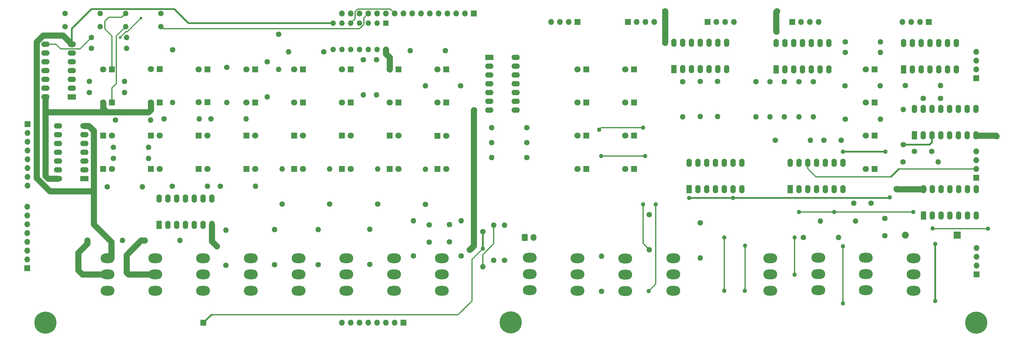
<source format=gbr>
G04 #@! TF.GenerationSoftware,KiCad,Pcbnew,(6.0.4-0)*
G04 #@! TF.CreationDate,2024-04-14T15:24:50+10:00*
G04 #@! TF.ProjectId,front panel 9602,66726f6e-7420-4706-916e-656c20393630,rev?*
G04 #@! TF.SameCoordinates,Original*
G04 #@! TF.FileFunction,Copper,L1,Top*
G04 #@! TF.FilePolarity,Positive*
%FSLAX46Y46*%
G04 Gerber Fmt 4.6, Leading zero omitted, Abs format (unit mm)*
G04 Created by KiCad (PCBNEW (6.0.4-0)) date 2024-04-14 15:24:50*
%MOMM*%
%LPD*%
G01*
G04 APERTURE LIST*
G04 Aperture macros list*
%AMRoundRect*
0 Rectangle with rounded corners*
0 $1 Rounding radius*
0 $2 $3 $4 $5 $6 $7 $8 $9 X,Y pos of 4 corners*
0 Add a 4 corners polygon primitive as box body*
4,1,4,$2,$3,$4,$5,$6,$7,$8,$9,$2,$3,0*
0 Add four circle primitives for the rounded corners*
1,1,$1+$1,$2,$3*
1,1,$1+$1,$4,$5*
1,1,$1+$1,$6,$7*
1,1,$1+$1,$8,$9*
0 Add four rect primitives between the rounded corners*
20,1,$1+$1,$2,$3,$4,$5,0*
20,1,$1+$1,$4,$5,$6,$7,0*
20,1,$1+$1,$6,$7,$8,$9,0*
20,1,$1+$1,$8,$9,$2,$3,0*%
G04 Aperture macros list end*
G04 #@! TA.AperFunction,ComponentPad*
%ADD10R,1.800000X1.800000*%
G04 #@! TD*
G04 #@! TA.AperFunction,ComponentPad*
%ADD11C,1.800000*%
G04 #@! TD*
G04 #@! TA.AperFunction,ComponentPad*
%ADD12C,1.600000*%
G04 #@! TD*
G04 #@! TA.AperFunction,ComponentPad*
%ADD13O,1.600000X1.600000*%
G04 #@! TD*
G04 #@! TA.AperFunction,ComponentPad*
%ADD14R,2.400000X1.600000*%
G04 #@! TD*
G04 #@! TA.AperFunction,ComponentPad*
%ADD15O,2.400000X1.600000*%
G04 #@! TD*
G04 #@! TA.AperFunction,ComponentPad*
%ADD16R,1.600000X1.600000*%
G04 #@! TD*
G04 #@! TA.AperFunction,ComponentPad*
%ADD17R,1.600000X2.400000*%
G04 #@! TD*
G04 #@! TA.AperFunction,ComponentPad*
%ADD18O,1.600000X2.400000*%
G04 #@! TD*
G04 #@! TA.AperFunction,ComponentPad*
%ADD19R,2.000000X2.000000*%
G04 #@! TD*
G04 #@! TA.AperFunction,ComponentPad*
%ADD20O,2.000000X2.000000*%
G04 #@! TD*
G04 #@! TA.AperFunction,ComponentPad*
%ADD21C,0.800000*%
G04 #@! TD*
G04 #@! TA.AperFunction,ComponentPad*
%ADD22C,6.400000*%
G04 #@! TD*
G04 #@! TA.AperFunction,ComponentPad*
%ADD23O,4.000000X2.800000*%
G04 #@! TD*
G04 #@! TA.AperFunction,ComponentPad*
%ADD24RoundRect,0.250000X-0.600000X-0.750000X0.600000X-0.750000X0.600000X0.750000X-0.600000X0.750000X0*%
G04 #@! TD*
G04 #@! TA.AperFunction,ComponentPad*
%ADD25O,1.700000X2.000000*%
G04 #@! TD*
G04 #@! TA.AperFunction,ComponentPad*
%ADD26R,1.700000X1.700000*%
G04 #@! TD*
G04 #@! TA.AperFunction,ComponentPad*
%ADD27O,1.700000X1.700000*%
G04 #@! TD*
G04 #@! TA.AperFunction,ViaPad*
%ADD28C,0.800000*%
G04 #@! TD*
G04 #@! TA.AperFunction,ViaPad*
%ADD29C,1.270000*%
G04 #@! TD*
G04 #@! TA.AperFunction,ViaPad*
%ADD30C,1.778000*%
G04 #@! TD*
G04 #@! TA.AperFunction,Conductor*
%ADD31C,0.304800*%
G04 #@! TD*
G04 #@! TA.AperFunction,Conductor*
%ADD32C,0.508000*%
G04 #@! TD*
G04 #@! TA.AperFunction,Conductor*
%ADD33C,1.778000*%
G04 #@! TD*
G04 APERTURE END LIST*
D10*
X170700000Y-92900000D03*
D11*
X173240000Y-92900000D03*
D10*
X156900000Y-92900000D03*
D11*
X159440000Y-92900000D03*
D10*
X143100000Y-92878000D03*
D11*
X145640000Y-92878000D03*
D10*
X129300000Y-92900000D03*
D11*
X131840000Y-92900000D03*
D10*
X101700000Y-92900000D03*
D11*
X104240000Y-92900000D03*
D10*
X87900000Y-92900000D03*
D11*
X90440000Y-92900000D03*
D10*
X74100000Y-92900000D03*
D11*
X76640000Y-92900000D03*
D10*
X173240000Y-64100000D03*
D11*
X170700000Y-64100000D03*
D10*
X159440000Y-64100000D03*
D11*
X156900000Y-64100000D03*
D10*
X145640000Y-64100000D03*
D11*
X143100000Y-64100000D03*
D10*
X118040000Y-64100000D03*
D11*
X115500000Y-64100000D03*
D10*
X76640000Y-64100000D03*
D11*
X74100000Y-64100000D03*
D10*
X173240000Y-73700000D03*
D11*
X170700000Y-73700000D03*
D10*
X145640000Y-73700000D03*
D11*
X143100000Y-73700000D03*
D10*
X131840000Y-73700000D03*
D11*
X129300000Y-73700000D03*
D10*
X118040000Y-73700000D03*
D11*
X115500000Y-73700000D03*
D10*
X104240000Y-73650000D03*
D11*
X101700000Y-73650000D03*
D10*
X90440000Y-73700000D03*
D11*
X87900000Y-73700000D03*
D10*
X76640000Y-73700000D03*
D11*
X74100000Y-73700000D03*
D10*
X170700000Y-83350000D03*
D11*
X173240000Y-83350000D03*
D10*
X156900000Y-83300000D03*
D11*
X159440000Y-83300000D03*
D10*
X143100000Y-83300000D03*
D11*
X145640000Y-83300000D03*
D10*
X115500000Y-83300000D03*
D11*
X118040000Y-83300000D03*
D10*
X101700000Y-83300000D03*
D11*
X104240000Y-83300000D03*
D10*
X87900000Y-83300000D03*
D11*
X90440000Y-83300000D03*
D10*
X74100000Y-83300000D03*
D11*
X76640000Y-83300000D03*
D10*
X227540000Y-64100000D03*
D11*
X225000000Y-64100000D03*
D10*
X227540000Y-83300000D03*
D11*
X225000000Y-83300000D03*
D10*
X227540000Y-92900000D03*
D11*
X225000000Y-92900000D03*
D10*
X227540000Y-73700000D03*
D11*
X225000000Y-73700000D03*
D10*
X213740000Y-92900000D03*
D11*
X211200000Y-92900000D03*
D10*
X213740000Y-83300000D03*
D11*
X211200000Y-83300000D03*
D10*
X213740000Y-73700000D03*
D11*
X211200000Y-73700000D03*
D10*
X213740000Y-64100000D03*
D11*
X211200000Y-64100000D03*
D10*
X297040000Y-92900000D03*
D11*
X294500000Y-92900000D03*
D10*
X297040000Y-83300000D03*
D11*
X294500000Y-83300000D03*
D10*
X297040000Y-73700000D03*
D11*
X294500000Y-73700000D03*
D10*
X297040000Y-64100000D03*
D11*
X294500000Y-64100000D03*
D12*
X167200000Y-103165000D03*
D13*
X167200000Y-93005000D03*
D12*
X139554000Y-103038000D03*
D13*
X139554000Y-92878000D03*
D12*
X125838000Y-103038000D03*
D13*
X125838000Y-92878000D03*
D12*
X94060000Y-97900000D03*
D13*
X104220000Y-97900000D03*
D12*
X75260000Y-98100000D03*
D13*
X85420000Y-98100000D03*
D12*
X77070000Y-89830000D03*
D13*
X87230000Y-89830000D03*
D12*
X177400000Y-68875000D03*
D13*
X167240000Y-68875000D03*
D12*
X124840000Y-53940000D03*
D13*
X124840000Y-64100000D03*
D12*
X63100000Y-47920000D03*
D13*
X73260000Y-47920000D03*
D12*
X63100000Y-51730000D03*
D13*
X73260000Y-51730000D03*
D12*
X196560000Y-89600000D03*
D13*
X186400000Y-89600000D03*
D12*
X196560000Y-81000000D03*
D13*
X186400000Y-81000000D03*
D12*
X153060000Y-61300000D03*
D13*
X153060000Y-71460000D03*
D12*
X149260000Y-61300000D03*
D13*
X149260000Y-71460000D03*
D12*
X196560000Y-85300000D03*
D13*
X186400000Y-85300000D03*
D12*
X109860000Y-63500000D03*
D13*
X109860000Y-73660000D03*
D12*
X94160000Y-58500000D03*
D13*
X94160000Y-73740000D03*
D12*
X90760000Y-51800000D03*
D13*
X80600000Y-51800000D03*
D12*
X70085000Y-67605000D03*
D13*
X80245000Y-67605000D03*
D12*
X105260000Y-78480000D03*
D13*
X115420000Y-78480000D03*
D12*
X91680000Y-78470000D03*
D13*
X101840000Y-78470000D03*
D12*
X77700000Y-78760000D03*
D13*
X87860000Y-78760000D03*
D12*
X241535000Y-67700000D03*
D13*
X241535000Y-77860000D03*
D12*
X251660000Y-67600000D03*
D13*
X251660000Y-77760000D03*
D12*
X262744000Y-67700000D03*
D13*
X262744000Y-77860000D03*
D12*
X246660000Y-67600000D03*
D13*
X246660000Y-77760000D03*
D12*
X266808000Y-67700000D03*
D13*
X266808000Y-77860000D03*
D12*
X270960000Y-67700000D03*
D13*
X270960000Y-77860000D03*
D12*
X275160000Y-67700000D03*
D13*
X275160000Y-77860000D03*
D12*
X288550000Y-59220000D03*
D13*
X298710000Y-59220000D03*
D12*
X288570000Y-56190000D03*
D13*
X298730000Y-56190000D03*
D12*
X163800000Y-118060000D03*
D13*
X163800000Y-107900000D03*
D12*
X151160000Y-120500000D03*
D13*
X151160000Y-110340000D03*
D12*
X136260000Y-120600000D03*
D13*
X136260000Y-110440000D03*
D12*
X109560000Y-120800000D03*
D13*
X109560000Y-110640000D03*
D12*
X86160000Y-113600000D03*
D13*
X96320000Y-113600000D03*
D12*
X183800000Y-111000000D03*
D13*
X183800000Y-121160000D03*
D12*
X276460000Y-112690000D03*
D13*
X286620000Y-112690000D03*
D12*
X291510000Y-107980000D03*
D13*
X281350000Y-107980000D03*
D12*
X190100000Y-119300000D03*
D13*
X190100000Y-109140000D03*
D12*
X246620000Y-108530000D03*
D13*
X246620000Y-118690000D03*
D12*
X305960000Y-68830000D03*
D13*
X316120000Y-68830000D03*
D12*
X305280000Y-90900000D03*
D13*
X315440000Y-90900000D03*
D14*
X65020000Y-72050000D03*
D15*
X65020000Y-69510000D03*
X65020000Y-66970000D03*
X65020000Y-64430000D03*
X65020000Y-61890000D03*
X65020000Y-59350000D03*
X65020000Y-56810000D03*
X57400000Y-56810000D03*
X57400000Y-59350000D03*
X57400000Y-61890000D03*
X57400000Y-64430000D03*
X57400000Y-66970000D03*
X57400000Y-69510000D03*
X57400000Y-72050000D03*
D16*
X155810000Y-50714000D03*
D13*
X153270000Y-50714000D03*
X150730000Y-50714000D03*
X148190000Y-50714000D03*
X145650000Y-50714000D03*
X143110000Y-50714000D03*
X140570000Y-50714000D03*
X140570000Y-58334000D03*
X143110000Y-58334000D03*
X145650000Y-58334000D03*
X148190000Y-58334000D03*
X150730000Y-58334000D03*
X153270000Y-58334000D03*
X155810000Y-58334000D03*
D14*
X185655000Y-60620000D03*
D15*
X185655000Y-63160000D03*
X185655000Y-65700000D03*
X185655000Y-68240000D03*
X185655000Y-70780000D03*
X185655000Y-73320000D03*
X185655000Y-75860000D03*
X193275000Y-75860000D03*
X193275000Y-73320000D03*
X193275000Y-70780000D03*
X193275000Y-68240000D03*
X193275000Y-65700000D03*
X193275000Y-63160000D03*
X193275000Y-60620000D03*
D17*
X268600000Y-64112500D03*
D18*
X271140000Y-64112500D03*
X273680000Y-64112500D03*
X276220000Y-64112500D03*
X278760000Y-64112500D03*
X281300000Y-64112500D03*
X283840000Y-64112500D03*
X283840000Y-56492500D03*
X281300000Y-56492500D03*
X278760000Y-56492500D03*
X276220000Y-56492500D03*
X273680000Y-56492500D03*
X271140000Y-56492500D03*
X268600000Y-56492500D03*
D17*
X305400000Y-64100000D03*
D18*
X307940000Y-64100000D03*
X310480000Y-64100000D03*
X313020000Y-64100000D03*
X315560000Y-64100000D03*
X318100000Y-64100000D03*
X320640000Y-64100000D03*
X320640000Y-56480000D03*
X318100000Y-56480000D03*
X315560000Y-56480000D03*
X313020000Y-56480000D03*
X310480000Y-56480000D03*
X307940000Y-56480000D03*
X305400000Y-56480000D03*
D14*
X68688000Y-95672000D03*
D15*
X68688000Y-93132000D03*
X68688000Y-90592000D03*
X68688000Y-88052000D03*
X68688000Y-85512000D03*
X68688000Y-82972000D03*
X68688000Y-80432000D03*
X61068000Y-80432000D03*
X61068000Y-82972000D03*
X61068000Y-85512000D03*
X61068000Y-88052000D03*
X61068000Y-90592000D03*
X61068000Y-93132000D03*
X61068000Y-95672000D03*
D17*
X243440000Y-98720000D03*
D18*
X245980000Y-98720000D03*
X248520000Y-98720000D03*
X251060000Y-98720000D03*
X253600000Y-98720000D03*
X256140000Y-98720000D03*
X258680000Y-98720000D03*
X258680000Y-91100000D03*
X256140000Y-91100000D03*
X253600000Y-91100000D03*
X251060000Y-91100000D03*
X248520000Y-91100000D03*
X245980000Y-91100000D03*
X243440000Y-91100000D03*
D17*
X272650000Y-98720000D03*
D18*
X275190000Y-98720000D03*
X277730000Y-98720000D03*
X280270000Y-98720000D03*
X282810000Y-98720000D03*
X285350000Y-98720000D03*
X287890000Y-98720000D03*
X287890000Y-91100000D03*
X285350000Y-91100000D03*
X282810000Y-91100000D03*
X280270000Y-91100000D03*
X277730000Y-91100000D03*
X275190000Y-91100000D03*
X272650000Y-91100000D03*
D17*
X90260000Y-109100000D03*
D18*
X92800000Y-109100000D03*
X95340000Y-109100000D03*
X97880000Y-109100000D03*
X100420000Y-109100000D03*
X102960000Y-109100000D03*
X105500000Y-109100000D03*
X105500000Y-101480000D03*
X102960000Y-101480000D03*
X100420000Y-101480000D03*
X97880000Y-101480000D03*
X95340000Y-101480000D03*
X92800000Y-101480000D03*
X90260000Y-101480000D03*
D17*
X311160000Y-106340000D03*
D18*
X313700000Y-106340000D03*
X316240000Y-106340000D03*
X318780000Y-106340000D03*
X321320000Y-106340000D03*
X323860000Y-106340000D03*
X326400000Y-106340000D03*
X326400000Y-98720000D03*
X323860000Y-98720000D03*
X321320000Y-98720000D03*
X318780000Y-98720000D03*
X316240000Y-98720000D03*
X313700000Y-98720000D03*
X311160000Y-98720000D03*
D17*
X238995000Y-64049000D03*
D18*
X241535000Y-64049000D03*
X244075000Y-64049000D03*
X246615000Y-64049000D03*
X249155000Y-64049000D03*
X251695000Y-64049000D03*
X254235000Y-64049000D03*
X254235000Y-56429000D03*
X251695000Y-56429000D03*
X249155000Y-56429000D03*
X246615000Y-56429000D03*
X244075000Y-56429000D03*
X241535000Y-56429000D03*
X238995000Y-56429000D03*
D12*
X299960000Y-107200000D03*
X299960000Y-112200000D03*
X311060000Y-72500000D03*
X316060000Y-72500000D03*
X308560000Y-87800000D03*
X313560000Y-87800000D03*
X287360000Y-84600000D03*
X282360000Y-84600000D03*
D10*
X90440000Y-64050000D03*
D11*
X87900000Y-64050000D03*
D10*
X159440000Y-73700000D03*
D11*
X156900000Y-73700000D03*
D10*
X115500000Y-92900000D03*
D11*
X118040000Y-92900000D03*
D10*
X104240000Y-64100000D03*
D11*
X101700000Y-64100000D03*
D12*
X70720000Y-58000000D03*
D13*
X80880000Y-58000000D03*
D12*
X288490000Y-68890000D03*
D13*
X298650000Y-68890000D03*
D12*
X288530000Y-78490000D03*
D13*
X298690000Y-78490000D03*
D12*
X77070000Y-86655000D03*
D13*
X87230000Y-86655000D03*
D12*
X90760000Y-47920000D03*
D13*
X80600000Y-47920000D03*
D12*
X121560000Y-61900000D03*
D13*
X121560000Y-72060000D03*
D12*
X153397000Y-103038000D03*
D13*
X153397000Y-92878000D03*
D12*
X137860000Y-59070000D03*
D13*
X127700000Y-59070000D03*
D10*
X131840000Y-64100000D03*
D11*
X129300000Y-64100000D03*
D12*
X107960000Y-97900000D03*
D13*
X118120000Y-97900000D03*
D12*
X172960000Y-58700000D03*
D13*
X162800000Y-58700000D03*
D12*
X70720000Y-54900000D03*
D13*
X80880000Y-54900000D03*
D12*
X123660000Y-120600000D03*
D13*
X123660000Y-110440000D03*
D12*
X268360000Y-84600000D03*
D13*
X278520000Y-84600000D03*
D12*
X279360000Y-67700000D03*
D13*
X279360000Y-77860000D03*
D12*
X177600000Y-118060000D03*
D13*
X177600000Y-107900000D03*
D12*
X69540000Y-113600000D03*
D13*
X79700000Y-113600000D03*
D12*
X231960000Y-106100000D03*
D13*
X231960000Y-116260000D03*
D12*
X187000000Y-119300000D03*
D13*
X187000000Y-109140000D03*
D19*
X320910000Y-112055000D03*
D20*
X305910000Y-112055000D03*
D12*
X218160000Y-128280000D03*
D13*
X218160000Y-118120000D03*
D21*
X59097056Y-135702944D03*
X57400000Y-139800000D03*
X57400000Y-135000000D03*
X55702944Y-139097056D03*
X59097056Y-139097056D03*
X55000000Y-137400000D03*
D22*
X57400000Y-137400000D03*
D21*
X55702944Y-135702944D03*
X59800000Y-137400000D03*
X326400000Y-135000000D03*
X328800000Y-137400000D03*
X324702944Y-135702944D03*
D22*
X326400000Y-137400000D03*
D21*
X326400000Y-139800000D03*
X324000000Y-137400000D03*
X328097056Y-139097056D03*
X328097056Y-135702944D03*
X324702944Y-139097056D03*
X193597056Y-138997056D03*
X191900000Y-134900000D03*
X189500000Y-137300000D03*
X193597056Y-135602944D03*
X190202944Y-138997056D03*
X190202944Y-135602944D03*
X191900000Y-139700000D03*
D22*
X191900000Y-137300000D03*
D21*
X194300000Y-137300000D03*
D12*
X174160000Y-109000000D03*
X174160000Y-114000000D03*
X168360000Y-109100000D03*
X168360000Y-114100000D03*
X296018000Y-102784000D03*
X291018000Y-102784000D03*
D10*
X129300000Y-83300000D03*
D11*
X131840000Y-83300000D03*
D12*
X70085000Y-70780000D03*
D13*
X80245000Y-70780000D03*
D23*
X158160000Y-118701000D03*
X158160000Y-123400000D03*
X158160000Y-128100000D03*
D17*
X308560000Y-83220000D03*
D18*
X311100000Y-83220000D03*
X313640000Y-83220000D03*
X316180000Y-83220000D03*
X318720000Y-83220000D03*
X321260000Y-83220000D03*
X323800000Y-83220000D03*
X326340000Y-83220000D03*
X326340000Y-75600000D03*
X323800000Y-75600000D03*
X321260000Y-75600000D03*
X318720000Y-75600000D03*
X316180000Y-75600000D03*
X313640000Y-75600000D03*
X311100000Y-75600000D03*
X308560000Y-75600000D03*
D23*
X102960000Y-118731000D03*
X102960000Y-123430000D03*
X102960000Y-128130000D03*
X211160000Y-128099000D03*
X211160000Y-123400000D03*
X211160000Y-118700000D03*
X308260000Y-118701000D03*
X308260000Y-123400000D03*
X308260000Y-128100000D03*
X294460000Y-127999000D03*
X294460000Y-123300000D03*
X294460000Y-118600000D03*
X171960000Y-118731000D03*
X171960000Y-123430000D03*
X171960000Y-128130000D03*
X238860000Y-128099000D03*
X238860000Y-123400000D03*
X238860000Y-118700000D03*
X224960000Y-128199000D03*
X224960000Y-123500000D03*
X224960000Y-118800000D03*
X197360000Y-118601000D03*
X197360000Y-123300000D03*
X197360000Y-128000000D03*
D12*
X305360000Y-85880000D03*
D13*
X305360000Y-75720000D03*
D23*
X116760000Y-118731000D03*
X116760000Y-123430000D03*
X116760000Y-128130000D03*
X266860000Y-128099000D03*
X266860000Y-123400000D03*
X266860000Y-118700000D03*
X75360000Y-118731000D03*
X75360000Y-123430000D03*
X75360000Y-128130000D03*
X89160000Y-118731000D03*
X89160000Y-123430000D03*
X89160000Y-128130000D03*
X130560000Y-118731000D03*
X130560000Y-123430000D03*
X130560000Y-128130000D03*
X280760000Y-127999000D03*
X280760000Y-123300000D03*
X280760000Y-118600000D03*
X144360000Y-118731000D03*
X144360000Y-123430000D03*
X144360000Y-128130000D03*
D24*
X195980000Y-112715000D03*
D25*
X198480000Y-112715000D03*
D26*
X52200000Y-121580000D03*
D27*
X52200000Y-119040000D03*
X52200000Y-116500000D03*
X52200000Y-113960000D03*
X52200000Y-111420000D03*
X52200000Y-108880000D03*
X52200000Y-106340000D03*
X52200000Y-103800000D03*
D26*
X52228800Y-79924000D03*
D27*
X52228800Y-82464000D03*
X52228800Y-85004000D03*
X52228800Y-87544000D03*
X52228800Y-90084000D03*
X52228800Y-92624000D03*
X52228800Y-95164000D03*
X52228800Y-97704000D03*
D26*
X181210000Y-47920000D03*
D27*
X178670000Y-47920000D03*
X176130000Y-47920000D03*
X173590000Y-47920000D03*
X171050000Y-47920000D03*
X168510000Y-47920000D03*
X165970000Y-47920000D03*
X163430000Y-47920000D03*
X160890000Y-47920000D03*
X158350000Y-47920000D03*
X155810000Y-47920000D03*
X153270000Y-47920000D03*
X150730000Y-47920000D03*
X148190000Y-47920000D03*
X145650000Y-47920000D03*
X143110000Y-47920000D03*
D26*
X225780000Y-50400000D03*
D27*
X228320000Y-50400000D03*
X230860000Y-50400000D03*
X233400000Y-50400000D03*
D26*
X248780000Y-50400000D03*
D27*
X251320000Y-50400000D03*
X253860000Y-50400000D03*
X256400000Y-50400000D03*
D26*
X273280000Y-50400000D03*
D27*
X275820000Y-50400000D03*
X278360000Y-50400000D03*
X280900000Y-50400000D03*
D26*
X160900000Y-137400000D03*
D27*
X158360000Y-137400000D03*
X155820000Y-137400000D03*
X153280000Y-137400000D03*
X150740000Y-137400000D03*
X148200000Y-137400000D03*
X145660000Y-137400000D03*
X143120000Y-137400000D03*
D26*
X312700000Y-50400000D03*
D27*
X310160000Y-50400000D03*
X307620000Y-50400000D03*
X305080000Y-50400000D03*
D26*
X326500000Y-123400000D03*
D27*
X326500000Y-120860000D03*
X326500000Y-118320000D03*
X326500000Y-115780000D03*
D26*
X326400000Y-95440000D03*
D27*
X326400000Y-92900000D03*
X326400000Y-90360000D03*
X326400000Y-87820000D03*
D26*
X326400000Y-66640000D03*
D27*
X326400000Y-64100000D03*
X326400000Y-61560000D03*
X326400000Y-59020000D03*
D26*
X211200000Y-50400000D03*
D27*
X208660000Y-50400000D03*
X206120000Y-50400000D03*
X203580000Y-50400000D03*
D26*
X103100000Y-137400000D03*
D28*
X85030000Y-49300000D03*
X78975000Y-54905000D03*
D29*
X313760000Y-110100000D03*
X329800000Y-110150000D03*
X287890000Y-131740000D03*
X183800000Y-115960000D03*
X287890000Y-115230000D03*
X230740000Y-89195000D03*
X218040000Y-89195000D03*
X217405000Y-81575000D03*
X230105000Y-80940000D03*
D30*
X236455000Y-47285000D03*
X303360000Y-98700000D03*
X268840000Y-47285000D03*
X236460000Y-56400000D03*
X268660000Y-53200000D03*
D29*
X273920000Y-123485000D03*
X314560000Y-131105000D03*
X273920000Y-112690000D03*
X314560000Y-114595000D03*
X259600000Y-115100000D03*
X259560000Y-128100000D03*
D30*
X106915000Y-115230000D03*
X180060000Y-116300000D03*
X181260900Y-75860000D03*
X332285990Y-83425990D03*
D29*
X253560000Y-112700000D03*
X253560000Y-128100000D03*
X231756000Y-128184000D03*
X233760000Y-103200000D03*
X230105000Y-103165000D03*
X256140000Y-101260000D03*
X301422259Y-101100342D03*
X243440000Y-101260000D03*
X275160000Y-105400000D03*
X308210000Y-105324000D03*
X285350000Y-105324000D03*
X300160000Y-87900000D03*
X287890000Y-87925000D03*
D31*
X146920000Y-47410446D02*
X147680446Y-46650000D01*
X145650000Y-50714000D02*
X146920000Y-49444000D01*
X147680446Y-46650000D02*
X157080000Y-46650000D01*
X157080000Y-46650000D02*
X158350000Y-47920000D01*
X146920000Y-49444000D02*
X146920000Y-47410446D01*
X81130489Y-53199511D02*
X85030000Y-49300000D01*
X78975000Y-54905000D02*
X80680489Y-53199511D01*
X80680489Y-53199511D02*
X81130489Y-53199511D01*
X148206555Y-52402999D02*
X149460000Y-51149554D01*
X149460000Y-49190000D02*
X150730000Y-47920000D01*
X90760000Y-51800000D02*
X91362999Y-52402999D01*
X91362999Y-52402999D02*
X148206555Y-52402999D01*
X149460000Y-51149554D02*
X149460000Y-49190000D01*
X176660000Y-135100000D02*
X180660000Y-131100000D01*
X180660000Y-119100000D02*
X183800000Y-115960000D01*
X287890000Y-115230000D02*
X287890000Y-131740000D01*
D32*
X103100000Y-137400000D02*
X105400000Y-135100000D01*
D31*
X105600000Y-135100000D02*
X176660000Y-135100000D01*
X180660000Y-131100000D02*
X180660000Y-119100000D01*
D32*
X313810000Y-110150000D02*
X313760000Y-110100000D01*
X105400000Y-135100000D02*
X105760000Y-135100000D01*
D31*
X105600000Y-135100000D02*
X105760000Y-135100000D01*
D32*
X183800000Y-115960000D02*
X183800000Y-111000000D01*
D31*
X329800000Y-110150000D02*
X313810000Y-110150000D01*
D33*
X86160000Y-113600000D02*
X85050000Y-113600000D01*
X85050000Y-113600000D02*
X80880000Y-117770000D01*
X80880000Y-117770000D02*
X80880000Y-122850000D01*
X80880000Y-122850000D02*
X81430000Y-123400000D01*
X81430000Y-123400000D02*
X89130000Y-123400000D01*
X89130000Y-123400000D02*
X89160000Y-123430000D01*
D31*
X218040000Y-89195000D02*
X230740000Y-89195000D01*
X217405000Y-81575000D02*
X218040000Y-80940000D01*
X218040000Y-80940000D02*
X230105000Y-80940000D01*
D33*
X57385000Y-94910000D02*
X58147000Y-95672000D01*
X303380000Y-98720000D02*
X303360000Y-98700000D01*
X87230000Y-76495000D02*
X87900000Y-75825000D01*
X57385000Y-76495000D02*
X57385000Y-72065000D01*
X57385000Y-76495000D02*
X57385000Y-94910000D01*
X75165000Y-76495000D02*
X57385000Y-76495000D01*
X58147000Y-95672000D02*
X61068000Y-95672000D01*
X75165000Y-76495000D02*
X87230000Y-76495000D01*
X57385000Y-72065000D02*
X57400000Y-72050000D01*
X156900000Y-60694000D02*
X156900000Y-64100000D01*
X268600000Y-53140000D02*
X268660000Y-53200000D01*
X74100000Y-75430000D02*
X75165000Y-76495000D01*
X236455000Y-56395000D02*
X236460000Y-56400000D01*
X311160000Y-98720000D02*
X303380000Y-98720000D01*
D31*
X183800000Y-117750000D02*
X183800000Y-121160000D01*
X187000000Y-114550000D02*
X183800000Y-117750000D01*
D33*
X155810000Y-59604000D02*
X156900000Y-60694000D01*
X74100000Y-73700000D02*
X74100000Y-75430000D01*
X155810000Y-58334000D02*
X155810000Y-59604000D01*
X236455000Y-47285000D02*
X236455000Y-56395000D01*
X87900000Y-75825000D02*
X87900000Y-73700000D01*
X268840000Y-47285000D02*
X268600000Y-47525000D01*
D31*
X187000000Y-109140000D02*
X187000000Y-114550000D01*
D33*
X268600000Y-47525000D02*
X268600000Y-53140000D01*
D32*
X314560000Y-114595000D02*
X314560000Y-131105000D01*
D31*
X273920000Y-112690000D02*
X273920000Y-123485000D01*
X259600000Y-115100000D02*
X259600000Y-128000000D01*
X259560000Y-128040000D02*
X259560000Y-128100000D01*
X259600000Y-128000000D02*
X259560000Y-128040000D01*
D32*
X70720000Y-46650000D02*
X65020000Y-52350000D01*
D33*
X180060000Y-116300000D02*
X181210000Y-115150000D01*
X62480000Y-54270000D02*
X56750000Y-54270000D01*
X68688000Y-80432000D02*
X69958000Y-80432000D01*
D32*
X65020000Y-52350000D02*
X65020000Y-56810000D01*
D33*
X105500000Y-113815000D02*
X106915000Y-115230000D01*
X58655000Y-99355000D02*
X71355000Y-99355000D01*
X326400000Y-83300000D02*
X332160000Y-83300000D01*
X65020000Y-56810000D02*
X62480000Y-54270000D01*
X105500000Y-109100000D02*
X105500000Y-113815000D01*
X54845000Y-56175000D02*
X56750000Y-54270000D01*
D32*
X98774000Y-50714000D02*
X94710000Y-46650000D01*
D33*
X69958000Y-80432000D02*
X71355000Y-81829000D01*
D32*
X140570000Y-50714000D02*
X98774000Y-50714000D01*
D33*
X54845000Y-95545000D02*
X58655000Y-99355000D01*
X332160000Y-83300000D02*
X332285990Y-83425990D01*
X54845000Y-56175000D02*
X54845000Y-95545000D01*
X181210000Y-75910900D02*
X181260900Y-75860000D01*
X76500000Y-114025000D02*
X76500000Y-118700000D01*
X71355000Y-81829000D02*
X71355000Y-99355000D01*
D32*
X94710000Y-46650000D02*
X70720000Y-46650000D01*
D33*
X181210000Y-115150000D02*
X181210000Y-75910900D01*
X71355000Y-108880000D02*
X76500000Y-114025000D01*
X71355000Y-99355000D02*
X71355000Y-108880000D01*
D31*
X253560000Y-128100000D02*
X253560000Y-112700000D01*
X233760000Y-126180000D02*
X233760000Y-103200000D01*
X231756000Y-128184000D02*
X233760000Y-126180000D01*
X230105000Y-103165000D02*
X230105000Y-114405000D01*
X230105000Y-114405000D02*
X231960000Y-116260000D01*
D32*
X301262601Y-101260000D02*
X301422259Y-101100342D01*
X243440000Y-101260000D02*
X256140000Y-101260000D01*
X256140000Y-101260000D02*
X301262601Y-101260000D01*
X313640000Y-85220000D02*
X313640000Y-83220000D01*
X312980000Y-85880000D02*
X313640000Y-85220000D01*
X305360000Y-85880000D02*
X312980000Y-85880000D01*
D31*
X285350000Y-105324000D02*
X308210000Y-105324000D01*
D32*
X275236000Y-105324000D02*
X275160000Y-105400000D01*
D31*
X285350000Y-105324000D02*
X275236000Y-105324000D01*
X280060000Y-95200000D02*
X277730000Y-92870000D01*
X277730000Y-92870000D02*
X277730000Y-91100000D01*
X301760000Y-95200000D02*
X280060000Y-95200000D01*
X326400000Y-92900000D02*
X304060000Y-92900000D01*
D32*
X304060000Y-92900000D02*
X301760000Y-95200000D01*
X287890000Y-87925000D02*
X300135000Y-87925000D01*
X300135000Y-87925000D02*
X300160000Y-87900000D01*
D31*
X76640000Y-64100000D02*
X76640000Y-54475000D01*
X74648089Y-52483089D02*
X74648089Y-50183822D01*
X79448089Y-49071911D02*
X80600000Y-47920000D01*
X76640000Y-54475000D02*
X74648089Y-52483089D01*
X74648089Y-50183822D02*
X75760000Y-49071911D01*
X75760000Y-49071911D02*
X79448089Y-49071911D01*
X77892401Y-68252045D02*
X77892401Y-54507599D01*
X76640000Y-73700000D02*
X76640000Y-69504446D01*
X76640000Y-69504446D02*
X77892401Y-68252045D01*
X77892401Y-54507599D02*
X80600000Y-51800000D01*
X67421920Y-58198080D02*
X70720000Y-54900000D01*
X60470000Y-56810000D02*
X61860000Y-58200000D01*
X61860000Y-58200000D02*
X61861920Y-58198080D01*
X61861920Y-58198080D02*
X67421920Y-58198080D01*
X57400000Y-56810000D02*
X60470000Y-56810000D01*
D33*
X66910000Y-122215000D02*
X68095000Y-123400000D01*
X75330000Y-123400000D02*
X75360000Y-123430000D01*
X69540000Y-114505000D02*
X66910000Y-117135000D01*
X68095000Y-123400000D02*
X75330000Y-123400000D01*
X66910000Y-117135000D02*
X66910000Y-122215000D01*
X69540000Y-113600000D02*
X69540000Y-114505000D01*
M02*

</source>
